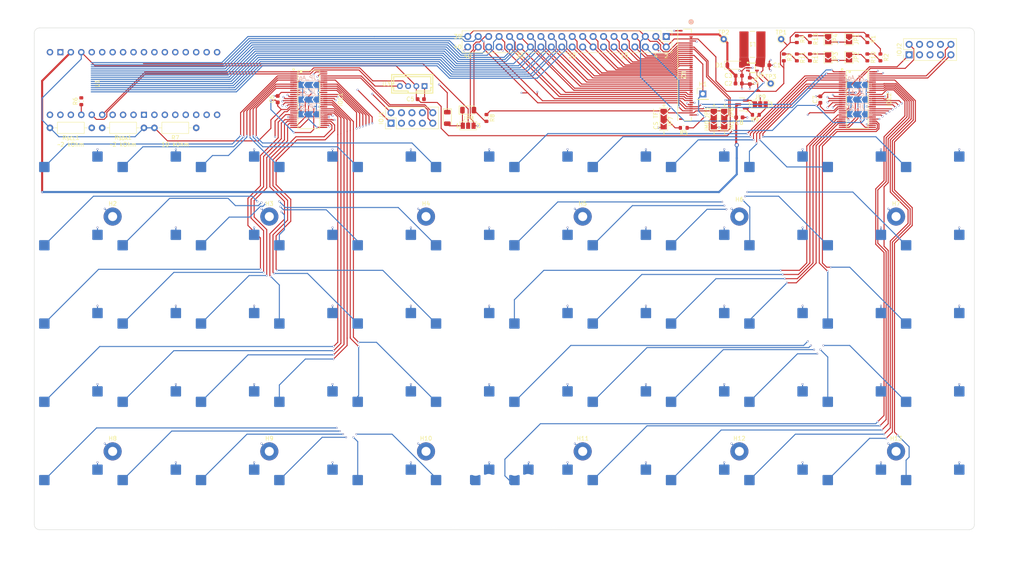
<source format=kicad_pcb>
(kicad_pcb
	(version 20241229)
	(generator "pcbnew")
	(generator_version "9.0")
	(general
		(thickness 1.6)
		(legacy_teardrops no)
	)
	(paper "A4")
	(layers
		(0 "F.Cu" signal)
		(4 "In1.Cu" signal)
		(6 "In2.Cu" signal)
		(2 "B.Cu" signal)
		(9 "F.Adhes" user "F.Adhesive")
		(11 "B.Adhes" user "B.Adhesive")
		(13 "F.Paste" user)
		(15 "B.Paste" user)
		(5 "F.SilkS" user "F.Silkscreen")
		(7 "B.SilkS" user "B.Silkscreen")
		(1 "F.Mask" user)
		(3 "B.Mask" user)
		(17 "Dwgs.User" user "User.Drawings")
		(19 "Cmts.User" user "User.Comments")
		(21 "Eco1.User" user "User.Eco1")
		(23 "Eco2.User" user "User.Eco2")
		(25 "Edge.Cuts" user)
		(27 "Margin" user)
		(31 "F.CrtYd" user "F.Courtyard")
		(29 "B.CrtYd" user "B.Courtyard")
		(35 "F.Fab" user)
		(33 "B.Fab" user)
		(39 "User.1" user)
		(41 "User.2" user)
		(43 "User.3" user)
		(45 "User.4" user)
		(47 "User.5" user)
		(49 "User.6" user)
		(51 "User.7" user)
		(53 "User.8" user)
		(55 "User.9" user)
	)
	(setup
		(stackup
			(layer "F.SilkS"
				(type "Top Silk Screen")
			)
			(layer "F.Paste"
				(type "Top Solder Paste")
			)
			(layer "F.Mask"
				(type "Top Solder Mask")
				(thickness 0.01)
			)
			(layer "F.Cu"
				(type "copper")
				(thickness 0.035)
			)
			(layer "dielectric 1"
				(type "prepreg")
				(thickness 0.1)
				(material "FR4")
				(epsilon_r 4.5)
				(loss_tangent 0.02)
			)
			(layer "In1.Cu"
				(type "copper")
				(thickness 0.035)
			)
			(layer "dielectric 2"
				(type "core")
				(thickness 1.24)
				(material "FR4")
				(epsilon_r 4.5)
				(loss_tangent 0.02)
			)
			(layer "In2.Cu"
				(type "copper")
				(thickness 0.035)
			)
			(layer "dielectric 3"
				(type "prepreg")
				(thickness 0.1)
				(material "FR4")
				(epsilon_r 4.5)
				(loss_tangent 0.02)
			)
			(layer "B.Cu"
				(type "copper")
				(thickness 0.035)
			)
			(layer "B.Mask"
				(type "Bottom Solder Mask")
				(thickness 0.01)
			)
			(layer "B.Paste"
				(type "Bottom Solder Paste")
			)
			(layer "B.SilkS"
				(type "Bottom Silk Screen")
			)
			(copper_finish "HAL lead-free")
			(dielectric_constraints no)
		)
		(pad_to_mask_clearance 0)
		(allow_soldermask_bridges_in_footprints no)
		(tenting front back)
		(pcbplotparams
			(layerselection 0x00000000_00000000_55555555_5755f5ff)
			(plot_on_all_layers_selection 0x00000000_00000000_00000000_00000000)
			(disableapertmacros no)
			(usegerberextensions no)
			(usegerberattributes yes)
			(usegerberadvancedattributes yes)
			(creategerberjobfile yes)
			(dashed_line_dash_ratio 12.000000)
			(dashed_line_gap_ratio 3.000000)
			(svgprecision 4)
			(plotframeref no)
			(mode 1)
			(useauxorigin no)
			(hpglpennumber 1)
			(hpglpenspeed 20)
			(hpglpendiameter 15.000000)
			(pdf_front_fp_property_popups yes)
			(pdf_back_fp_property_popups yes)
			(pdf_metadata yes)
			(pdf_single_document no)
			(dxfpolygonmode yes)
			(dxfimperialunits yes)
			(dxfusepcbnewfont yes)
			(psnegative no)
			(psa4output no)
			(plot_black_and_white yes)
			(sketchpadsonfab no)
			(plotpadnumbers no)
			(hidednponfab no)
			(sketchdnponfab yes)
			(crossoutdnponfab yes)
			(subtractmaskfromsilk no)
			(outputformat 1)
			(mirror no)
			(drillshape 1)
			(scaleselection 1)
			(outputdirectory "")
		)
	)
	(net 0 "")
	(net 1 "/LEDA_{TFT}")
	(net 2 "/LEDK_{TFT}")
	(net 3 "+3.3V")
	(net 4 "+5V")
	(net 5 "Net-(D2-A)")
	(net 6 "~{RST}")
	(net 7 "/~{RST_{TFT{slash}TP}}")
	(net 8 "/CS_{SPI{slash}TFT}")
	(net 9 "/Switch Matrix Left Half/SWPIN_{4,2}")
	(net 10 "/Switch Matrix Left Half/SWPIN_{0,2}")
	(net 11 "/Switch Matrix Left Half/SWPIN_{1,7}")
	(net 12 "/Switch Matrix Left Half/SWPIN_{3,7}")
	(net 13 "/Switch Matrix Left Half/SWPIN_{4,6}")
	(net 14 "/Switch Matrix Left Half/SWPIN_{3,5}")
	(net 15 "/Switch Matrix Left Half/SWPIN_{4,0}")
	(net 16 "/Switch Matrix Left Half/SWPIN_{2,1}")
	(net 17 "/Switch Matrix Left Half/SWPIN_{0,6}")
	(net 18 "/INT_{LR}")
	(net 19 "/Switch Matrix Left Half/SWPIN_{2,0}")
	(net 20 "/Switch Matrix Left Half/SWPIN_{1,2}")
	(net 21 "/Switch Matrix Left Half/SWPIN_{0,7}")
	(net 22 "/Switch Matrix Left Half/SWPIN_{0,4}")
	(net 23 "/Switch Matrix Left Half/SWPIN_{1,5}")
	(net 24 "/Switch Matrix Left Half/SWPIN_{2,2}")
	(net 25 "/Switch Matrix Left Half/SWPIN_{3,3}")
	(net 26 "/Switch Matrix Left Half/SWPIN_{4,3}")
	(net 27 "Net-(IOE1-A2)")
	(net 28 "/Switch Matrix Left Half/SWPIN_{2,6}")
	(net 29 "/Switch Matrix Left Half/SWPIN_{3,0}")
	(net 30 "/Switch Matrix Left Half/SWPIN_{4,7}")
	(net 31 "/Switch Matrix Left Half/SWPIN_{1,0}")
	(net 32 "Net-(IOE1-A0)")
	(net 33 "/Switch Matrix Left Half/SWPIN_{1,3}")
	(net 34 "/Switch Matrix Left Half/SWPIN_{1,4}")
	(net 35 "/Switch Matrix Left Half/SWPIN_{2,4}")
	(net 36 "/Switch Matrix Left Half/SWPIN_{2,5}")
	(net 37 "Net-(IOE1-A1)")
	(net 38 "/Switch Matrix Left Half/SWPIN_{3,1}")
	(net 39 "SCL")
	(net 40 "/Switch Matrix Left Half/SWPIN_{4,4}")
	(net 41 "/Switch Matrix Left Half/SWPIN_{0,0}")
	(net 42 "/Switch Matrix Left Half/SWPIN_{4,5}")
	(net 43 "/Switch Matrix Left Half/SWPIN_{3,6}")
	(net 44 "/Switch Matrix Left Half/SWPIN_{4,1}")
	(net 45 "/Switch Matrix Left Half/SWPIN_{1,1}")
	(net 46 "/Switch Matrix Left Half/SWPIN_{3,4}")
	(net 47 "/Switch Matrix Left Half/SWPIN_{0,3}")
	(net 48 "/Switch Matrix Left Half/SWPIN_{1,6}")
	(net 49 "/Switch Matrix Left Half/SWPIN_{2,7}")
	(net 50 "/Switch Matrix Left Half/SWPIN_{3,2}")
	(net 51 "SDA")
	(net 52 "/Switch Matrix Left Half/SWPIN_{2,3}")
	(net 53 "/Switch Matrix Left Half/SWPIN_{0,5}")
	(net 54 "/Switch Matrix Left Half/SWPIN_{0,1}")
	(net 55 "/Switch Matrix Right Half/SWPIN_{1,6}")
	(net 56 "/Switch Matrix Right Half/SWPIN_{4,4}")
	(net 57 "/Switch Matrix Right Half/SWPIN_{3,4}")
	(net 58 "Net-(IOE2-A0)")
	(net 59 "/Switch Matrix Right Half/SWPIN_{1,0}")
	(net 60 "/Switch Matrix Right Half/SWPIN_{2,3}")
	(net 61 "/Switch Matrix Right Half/SWPIN_{3,6}")
	(net 62 "Net-(IOE2-A1)")
	(net 63 "/Switch Matrix Right Half/SWPIN_{3,0}")
	(net 64 "/Switch Matrix Right Half/SWPIN_{0,2}")
	(net 65 "/Switch Matrix Right Half/SWPIN_{3,2}")
	(net 66 "/Switch Matrix Right Half/SWPIN_{1,3}")
	(net 67 "/Switch Matrix Right Half/SWPIN_{4,6}")
	(net 68 "/Switch Matrix Right Half/SWPIN_{2,4}")
	(net 69 "/Switch Matrix Right Half/SWPIN_{2,6}")
	(net 70 "/Switch Matrix Right Half/SWPIN_{1,4}")
	(net 71 "/Switch Matrix Right Half/SWPIN_{3,7}")
	(net 72 "/Switch Matrix Right Half/SWPIN_{3,5}")
	(net 73 "/Switch Matrix Right Half/SWPIN_{2,5}")
	(net 74 "/Switch Matrix Right Half/SWPIN_{4,5}")
	(net 75 "/Switch Matrix Right Half/SWPIN_{2,0}")
	(net 76 "unconnected-(U1-VBAT-Pad1)")
	(net 77 "/Switch Matrix Right Half/SWPIN_{4,0}")
	(net 78 "GND")
	(net 79 "/Switch Matrix Right Half/SWPIN_{1,2}")
	(net 80 "/Switch Matrix Right Half/SWPIN_{0,3}")
	(net 81 "/Switch Matrix Right Half/SWPIN_{0,7}")
	(net 82 "Net-(IOE2-A2)")
	(net 83 "/Switch Matrix Right Half/SWPIN_{2,2}")
	(net 84 "/Switch Matrix Right Half/SWPIN_{0,1}")
	(net 85 "/Switch Matrix Right Half/SWPIN_{0,4}")
	(net 86 "/Switch Matrix Right Half/SWPIN_{4,7}")
	(net 87 "/Switch Matrix Right Half/SWPIN_{0,0}")
	(net 88 "/Switch Matrix Right Half/SWPIN_{4,3}")
	(net 89 "/Switch Matrix Right Half/SWPIN_{2,7}")
	(net 90 "/Switch Matrix Right Half/SWPIN_{1,1}")
	(net 91 "/Switch Matrix Right Half/SWPIN_{0,5}")
	(net 92 "/Switch Matrix Right Half/SWPIN_{4,2}")
	(net 93 "/Switch Matrix Right Half/SWPIN_{0,6}")
	(net 94 "/Switch Matrix Right Half/SWPIN_{3,1}")
	(net 95 "/G5")
	(net 96 "/Switch Matrix Right Half/SWPIN_{2,1}")
	(net 97 "/Switch Matrix Right Half/SWPIN_{1,7}")
	(net 98 "/Switch Matrix Right Half/SWPIN_{4,1}")
	(net 99 "/Switch Matrix Right Half/SWPIN_{1,5}")
	(net 100 "/R1")
	(net 101 "/R5")
	(net 102 "/B1")
	(net 103 "/G2")
	(net 104 "/Switch Matrix Right Half/SWPIN_{3,3}")
	(net 105 "/SCK_{SPI}")
	(net 106 "/HSYNC_{TFT}")
	(net 107 "/B4")
	(net 108 "/G4")
	(net 109 "/MOSI_{SPI}")
	(net 110 "/IM0")
	(net 111 "+3.3V_{LDO2}")
	(net 112 "/G3")
	(net 113 "/DE_{TFT}")
	(net 114 "/IM1")
	(net 115 "/G1")
	(net 116 "/B2")
	(net 117 "/G0")
	(net 118 "/INT_{TP}")
	(net 119 "/R3")
	(net 120 "Net-(J1-Pin_12)")
	(net 121 "/R2")
	(net 122 "/VSYNC_{TFT}")
	(net 123 "Net-(JP1-A)")
	(net 124 "/B5")
	(net 125 "Net-(JP2-A)")
	(net 126 "/R4")
	(net 127 "Net-(JP3-A)")
	(net 128 "Net-(JP4-A)")
	(net 129 "/B3")
	(net 130 "/INT_{TP}{slash}~{RST_{TFT{slash}TP}}")
	(net 131 "Net-(JP9-A)")
	(net 132 "Net-(Q1-G)")
	(net 133 "/PCLK_{TFT}")
	(net 134 "/BGPWM_{TFT}")
	(net 135 "Net-(R10-Pad1)")
	(net 136 "Net-(R11-Pad2)")
	(net 137 "Net-(R13-Pad2)")
	(net 138 "Net-(R11-Pad1)")
	(net 139 "Net-(JP7-C)")
	(net 140 "/Backlight Boost Converter/VIN_{BST}")
	(net 141 "/Backlight Boost Converter/SW_{BST}")
	(footprint "easyeda2kicad:TSSOP-56_L14.0-W6.1-P0.50-LS8.1-BL" (layer "F.Cu") (at 226.17 55.98 -90))
	(footprint "MountingHole:MountingHole_2.2mm_M2_Pad" (layer "F.Cu") (at 197.485 141.605))
	(footprint "easyeda2kicad:TSSOP-56_L14.0-W6.1-P0.50-LS8.1-BL" (layer "F.Cu") (at 92.77 55.99 -90))
	(footprint "Resistor_SMD:R_0603_1608Metric" (layer "F.Cu") (at 214.63 41.275 -90))
	(footprint "Project_Library:CONN_F3311A7H121040E200_AMP" (layer "F.Cu") (at 184.15 49.975 -90))
	(footprint "easyeda2kicad:CONN-TH_B4B-PH-K-LF-SN" (layer "F.Cu") (at 117.935 52.705))
	(footprint "Capacitor_SMD:C_0603_1608Metric" (layer "F.Cu") (at 203.975 47.625))
	(footprint "Resistor_SMD:R_0603_1608Metric" (layer "F.Cu") (at 211.455 41.275 -90))
	(footprint "TestPoint:TestPoint_THTPad_D1.5mm_Drill0.7mm" (layer "F.Cu") (at 207.645 41.275))
	(footprint "Resistor_THT:R_Axial_DIN0207_L6.3mm_D2.5mm_P10.16mm_Horizontal" (layer "F.Cu") (at 55.245 62.865))
	(footprint "Resistor_SMD:R_0603_1608Metric" (layer "F.Cu") (at 37.465 56.388 90))
	(footprint "Connector_PinHeader_2.54mm:PinHeader_2x05_P2.54mm_Vertical" (layer "F.Cu") (at 112.776 61.727 90))
	(footprint "Project_Library:IND_BOURNS_SRR5028" (layer "F.Cu") (at 200.66 42.545 180))
	(footprint "MountingHole:MountingHole_2.2mm_M2_Pad" (layer "F.Cu") (at 121.285 84.455))
	(footprint "UnexpectedMaker:ProS3_TH" (layer "F.Cu") (at 50.165 52.05 90))
	(footprint "Diode_SMD:D_SOD-123" (layer "F.Cu") (at 196.215 47.625))
	(footprint "Resistor_SMD:R_0603_1608Metric" (layer "F.Cu") (at 211.455 45.72 -90))
	(footprint "Resistor_SMD:R_0603_1608Metric" (layer "F.Cu") (at 228.6 41.275 -90))
	(footprint "Connector_PinHeader_2.54mm:PinHeader_1x01_P2.54mm_Vertical" (layer "F.Cu") (at 188.595 54.61))
	(footprint "MountingHole:MountingHole_2.2mm_M2_Pad" (layer "F.Cu") (at 45.085 84.455))
	(footprint "Resistor_SMD:R_0603_1608Metric" (layer "F.Cu") (at 135.987 60.452 -90))
	(footprint "Jumper:SolderJumper-2_P1.3mm_Open_TrianglePad1.0x1.5mm" (layer "F.Cu") (at 224.155 41.275 -90))
	(footprint "MountingHole:MountingHole_2.2mm_M2_Pad" (layer "F.Cu") (at 83.185 141.605))
	(footprint "Jumper:SolderJumper-2_P1.3mm_Open_TrianglePad1.0x1.5mm" (layer "F.Cu") (at 224.155 45.72 -90))
	(footprint "Capacitor_SMD:C_0603_1608Metric" (layer "F.Cu") (at 217.17 55.98 90))
	(footprint "Resistor_THT:R_Axial_DIN0207_L6.3mm_D2.5mm_P10.16mm_Horizontal" (layer "F.Cu") (at 29.845 62.865))
	(footprint "PCM_JLCPCB:Q_SOT-23" (layer "F.Cu") (at 198.12 57.15 180))
	(footprint "Jumper:SolderJumper-3_P1.3mm_Open_Pad1.0x1.5mm_NumberLabels" (layer "F.Cu") (at 131.542 62.357))
	(footprint "MountingHole:MountingHole_2.2mm_M2_Pad" (layer "F.Cu") (at 159.385 84.455))
	(footprint "Jumper:SolderJumper-2_P1.3mm_Open_TrianglePad1.0x1.5mm" (layer "F.Cu") (at 219.075 45.72 -90))
	(footprint "MountingHole:MountingHole_2.2mm_M2_Pad" (layer "F.Cu") (at 235.585 84.455))
	(footprint "Resistor_SMD:R_0603_1608Metric" (layer "F.Cu") (at 208.28 45.72 -90))
	(footprint "Jumper:SolderJumper-2_P1.3mm_Open_TrianglePad1.0x1.5mm" (layer "F.Cu") (at 219.075 41.275 -90))
	(footprint "PCM_JLCPCB:D_SOD-123FL" (layer "F.Cu") (at 126.462 60.452 -90))
	(footprint "Resistor_SMD:R_0603_1608Metric"
		(layer "F.Cu")
		(uuid "94b58f35-dc6e-4854-b9bc-c8f92f6a87af")
		(at 231.775 45.72 -90)
		(descr "Resistor SMD 0603 (1608 Metric), square (rectangular) end terminal, IPC-7351 nominal, (Body size source: IPC-SM-782 page 72, https://www.pcb-3d.com/wordpress/wp-content/uploads/ipc-sm-782a_amendment_1_and_2.pdf), generated with kicad-footprint-generator")
		(tags "resistor")
		(property "Reference" "R2"
			(at 0 -1.43 90)
			(layer "F.SilkS")
			(uuid "042f0d98-1a2e-478a-96c6-c3626378b53a")
			(effects
				(font
					(size 1 1)
					(thickness 0.15)
				)
			)
		)
		(property "Value" "20 Ohm"
			(at 0 1.43 90)
			(layer "F.Fab")
			(uuid "116e6338-158d-4e2a-8b93-de31b57d2a5d")
			(effects
				(font
					(size 1 1)
					(thickness 0.15)
				)
			)
		)
		(property "Datasheet" "~"
			(at 0 0 90)
			(layer "F.Fab")
			(hide yes)
			(uuid "c8cb7783-45f9-45ea-ad15-07e692b9fee5")
			(effects
				(font
					(size 1.27 1.27)
					(thickness 0.15)
				)
			)
		)
		(property "Description" "Resistor"
			(at 0 0 90)
			(layer "F.Fab")
			(hide yes)
			(uuid "8c6cd404-fea5-4054-8257-77977a8d902d")
			(effects
				(font
					(size 1.27 1.27)
					(thickness 0.15)
				)
			)
		)
		(property "LCSC" ""
			(at 0 0 90)
			(layer "F.SilkS")
			(hide yes)
			(uuid "4292f85d-c8e0-4f0e-9d0f-21108b697875")
			(effects
				(font
					(size 1.27 1.27)
					(thickness 0.15)
				)
			)
		)
		(property ki_fp_filters "R_*")
		(path "/628f2de5-a5de-421c-af90-8153f9f7644b/22abb952-478a-46a0-ada1-733d1b8a97b5")
		(sheetname "/Backlight Boost Converter/")
		(sheetfile "backlight_boost_converter.kicad_sch")
		(attr smd)
		(fp_line
			(start -0.237258 0.5225)
			(end 0.237258 0.5225)
			(stroke
				(width 0.12)
				(type solid)
			)
			(layer "F.SilkS")
			(uuid "f941ef98-b5f4-4475-bc23-6ae9ba3efb5d")
		)
		(fp_line
			(start -0.237258 -0.5225)
			(end 0.237258 -0.5225)
			(stroke
				(width 0.12)
				(type solid)
			)
			(layer "F.SilkS")
			(uuid "6885c2c4-4ae2-4a8a-8299-1ada162b06f8")
		)
		(fp_line
			(start -1.48 0.73)
			(end -1.48 -0.73)
			(stroke
				(width 0.05)
				(type solid)
			)
			(layer "F.CrtYd")
			(uuid "801a5bfe-1fe3-47b6-b7ae-415b0c2ddce4")
		)
		(fp_line
			(start 1.48 0.73)
			(end -1.48 0.73)
			(stroke
				(width 0.05)
				(type solid)
			)
			(layer "F.CrtYd")
			(uuid "f6eebaee-b194-41b2-b05d-65841cf32eb6")
		)
		(fp_line
			(start -1.48 -0.73)
			(end 1.48 -0.73)
			(stroke
				(width 0.05)
				(type
... [1656422 chars truncated]
</source>
